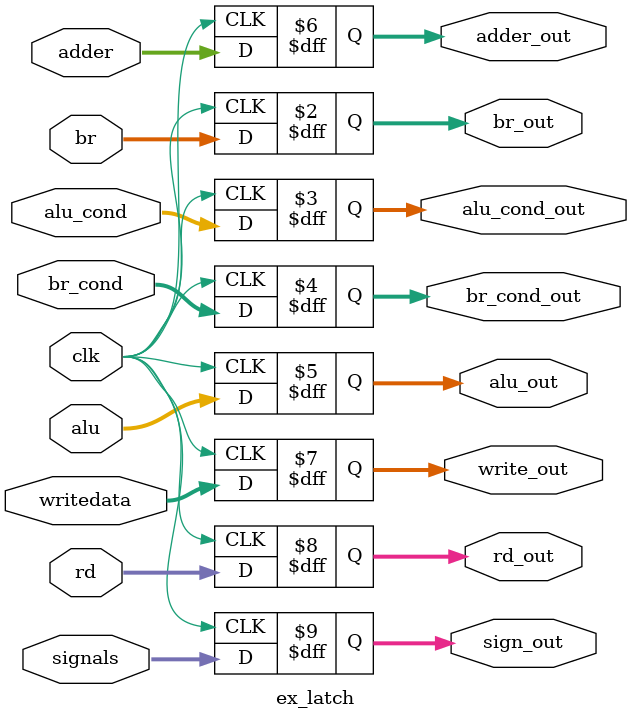
<source format=v>
`timescale 1ns / 1ps

module ex_latch ( //may be missing some inputs
		input clk, 
		input[3:0] br,
		input [3:0] br_cond,
		input [3:0] alu_cond, //comes from mem stage
		input [31:0] alu,
		input [31:0] adder,
		input [31:0] writedata,
		input [3:0] rd,
		input [10:0] signals,
		output reg [3:0] br_out,
		output reg [3:0] alu_cond_out,
		output reg [3:0] br_cond_out,
		output reg [31:0] alu_out,
		output reg [31:0] adder_out,
		output reg [31:0] write_out,
		output reg [3:0] rd_out,
		output reg [10:0] sign_out
		); 
	always @ (posedge clk)
	begin
		br_out <= br;
		alu_out <= alu;
		adder_out <= adder;
		write_out <= writedata;
		rd_out <= rd;
		alu_cond_out <= alu_cond;
		sign_out <= signals;
		br_cond_out <= br_cond;
	end
endmodule 

</source>
